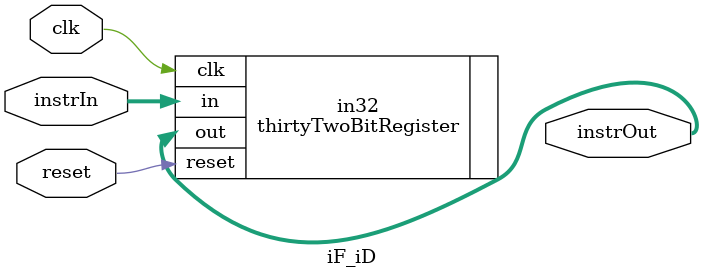
<source format=sv>
/* NAME					|	iD_iD.sv
	-------------------------------------------------------------------------------------------------
	DESCRIPTION       |  pipelined stage 1
 ---------------------------------------------------------------------------------------------------
	PARAMETERS			|	TYPE					|	DESCRIPTION					
 ---------------------------------------------------------------------------------------------------
	clk 					|  IN						|  the clk: perform the tasks in single cycle
	reset 				|  IN						|  the reset signal
	instrIn 				|  IN	[31:0]			|  instructions being read
	instrOut 			|  OUT [31:0]			|  instructions being stored
	#################################################################################################
	AUTHOR            | Minhhue H Khuu && Tzu-Wei Chuang
	ASSIGNMENT			| Lab 4: MIPS Pipelined CPU
	CLASS					| EE 471
	DATE					| 03/13/2015
	#################################################################################################
*/
module iF_iD(instrOut, instrIn, clk, reset);

	output [31:0] instrOut;
	input [31:0] instrIn;
	input clk, reset;
	
	thirtyTwoBitRegister in32(.out(instrOut), .in(instrIn), .clk, .reset);
	
endmodule

</source>
